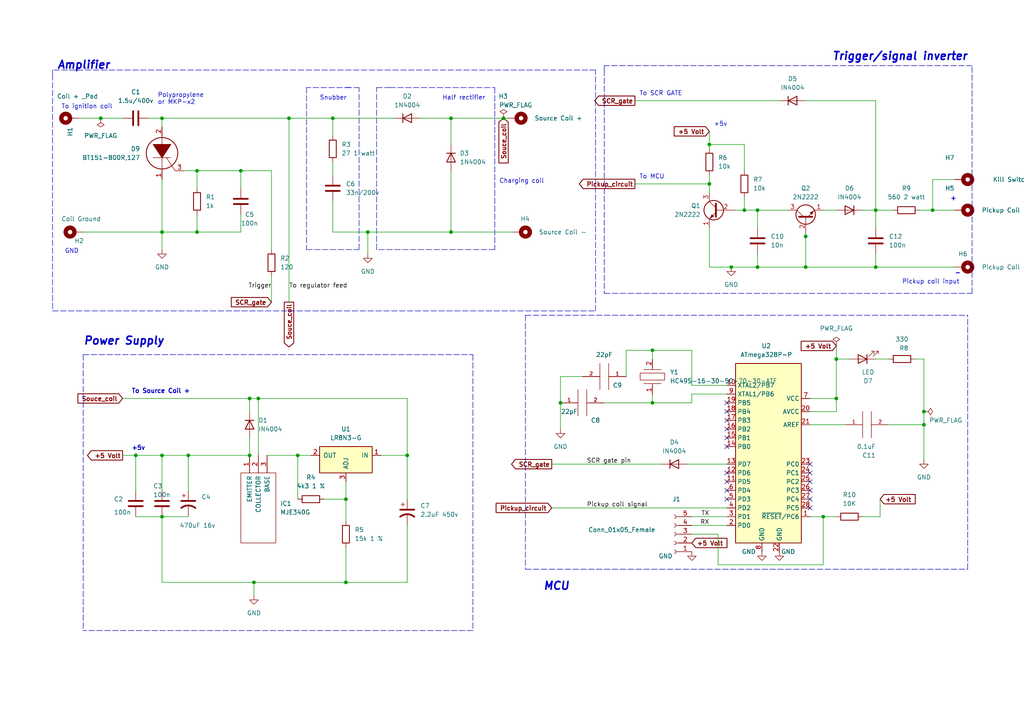
<source format=kicad_sch>
(kicad_sch (version 20211123) (generator eeschema)
  (paper "A4")
  (title_block (title "AC CDI, 328P") (date "2022-08-23") (rev "0.2") (company "JT Electronics!"))
  (lib_symbols
    (symbol "BT151-800R_127:BT151-800R,127" (pin_names (offset 0.762))
      (property "Reference" "D" (at 13.97 -2.54 0))
      (property "Value" "BT151-800R,127" (at 13.97 -5.08 0))
      (symbol "BT151-800R,127_0_0"
        (pin passive line (at 15.24 0 180) (length 2.54) (name "~") (number "1"))
        (pin passive line (at 0 0 0) (length 2.54) (name "~") (number "2"))
        (pin passive line (at 12.7 -6.35 90) (length 2.54) (name "~") (number "3"))
      )
      (symbol "BT151-800R,127_0_1"
        (polyline (pts (xy 2.54 0) (xy 5.08 0)) (stroke (width 0.1524)))
        (polyline (pts (xy 8.89 -2.54) (xy 8.89 2.54)) (stroke (width 0.1524)))
        (polyline (pts (xy 8.89 -1.27) (xy 12.7 -3.81)) (stroke (width 0.1524)))
        (polyline (pts (xy 8.89 0) (xy 12.7 0)) (stroke (width 0.1524)))
        (polyline (pts (xy 8.89 0) (xy 5.08 2.54) (xy 5.08 -2.54) (xy 8.89 0)) (stroke (width 0.254)) (fill (type outline)))
        (circle (center 7.62 0) (radius 4.572) (stroke (width 0.254)))
      )
    )
    (symbol "Connector:Conn_01x05_Female" (pin_names (offset 1.016) hide)
      (property "Reference" "J" (at 0 7.62 0))
      (property "Value" "Conn_01x05_Female" (at 0 -7.62 0))
      (symbol "Conn_01x05_Female_1_1"
        (arc (start 0 -4.572) (mid -0.508 -5.08) (end 0 -5.588) (stroke (width 0.1524)))
        (arc (start 0 -2.032) (mid -0.508 -2.54) (end 0 -3.048) (stroke (width 0.1524)))
        (polyline (pts (xy -1.27 -5.08) (xy -0.508 -5.08)) (stroke (width 0.1524)))
        (polyline (pts (xy -1.27 -2.54) (xy -0.508 -2.54)) (stroke (width 0.1524)))
        (polyline (pts (xy -1.27 0) (xy -0.508 0)) (stroke (width 0.1524)))
        (polyline (pts (xy -1.27 2.54) (xy -0.508 2.54)) (stroke (width 0.1524)))
        (polyline (pts (xy -1.27 5.08) (xy -0.508 5.08)) (stroke (width 0.1524)))
        (arc (start 0 0.508) (mid -0.508 0) (end 0 -0.508) (stroke (width 0.1524)))
        (arc (start 0 3.048) (mid -0.508 2.54) (end 0 2.032) (stroke (width 0.1524)))
        (arc (start 0 5.588) (mid -0.508 5.08) (end 0 4.572) (stroke (width 0.1524)))
        (pin passive line (at -5.08 5.08 0) (length 3.81) (name "Pin_1") (number "1"))
        (pin passive line (at -5.08 2.54 0) (length 3.81) (name "Pin_2") (number "2"))
        (pin passive line (at -5.08 0 0) (length 3.81) (name "Pin_3") (number "3"))
        (pin passive line (at -5.08 -2.54 0) (length 3.81) (name "Pin_4") (number "4"))
        (pin passive line (at -5.08 -5.08 0) (length 3.81) (name "Pin_5") (number "5"))
      )
    )
    (symbol "Device:C" (pin_numbers hide) (pin_names (offset 0.254))
      (property "Reference" "C" (at 0.635 2.54 0))
      (property "Value" "C" (at 0.635 -2.54 0))
      (symbol "C_0_1"
        (polyline (pts (xy -2.032 -0.762) (xy 2.032 -0.762)) (stroke (width 0.508)))
        (polyline (pts (xy -2.032 0.762) (xy 2.032 0.762)) (stroke (width 0.508)))
      )
      (symbol "C_1_1"
        (pin passive line (at 0 3.81 270) (length 2.794) (name "~") (number "1"))
        (pin passive line (at 0 -3.81 90) (length 2.794) (name "~") (number "2"))
      )
    )
    (symbol "Device:C_Polarized_US" (pin_numbers hide) (pin_names (offset 0.254) hide)
      (property "Reference" "C" (at 0.635 2.54 0))
      (property "Value" "C_Polarized_US" (at 0.635 -2.54 0))
      (symbol "C_Polarized_US_0_1"
        (polyline (pts (xy -2.032 0.762) (xy 2.032 0.762)) (stroke (width 0.508)))
        (polyline (pts (xy -1.778 2.286) (xy -0.762 2.286)))
        (polyline (pts (xy -1.27 1.778) (xy -1.27 2.794)))
        (arc (start 2.032 -1.27) (mid 0 -0.5572) (end -2.032 -1.27) (stroke (width 0.508)))
      )
      (symbol "C_Polarized_US_1_1"
        (pin passive line (at 0 3.81 270) (length 2.794) (name "~") (number "1"))
        (pin passive line (at 0 -3.81 90) (length 3.302) (name "~") (number "2"))
      )
    )
    (symbol "Device:D" (pin_numbers hide) (pin_names (offset 1.016) hide)
      (property "Reference" "D" (at 0 2.54 0))
      (property "Value" "D" (at 0 -2.54 0))
      (symbol "D_0_1"
        (polyline (pts (xy -1.27 1.27) (xy -1.27 -1.27)) (stroke (width 0.254)))
        (polyline (pts (xy 1.27 0) (xy -1.27 0)))
        (polyline (pts (xy 1.27 1.27) (xy 1.27 -1.27) (xy -1.27 0) (xy 1.27 1.27)) (stroke (width 0.254)))
      )
      (symbol "D_1_1"
        (pin passive line (at -3.81 0 0) (length 2.54) (name "K") (number "1"))
        (pin passive line (at 3.81 0 180) (length 2.54) (name "A") (number "2"))
      )
    )
    (symbol "Device:LED" (pin_numbers hide) (pin_names (offset 1.016) hide)
      (property "Reference" "D" (at 0 2.54 0))
      (property "Value" "LED" (at 0 -2.54 0))
      (symbol "LED_0_1"
        (polyline (pts (xy -1.27 -1.27) (xy -1.27 1.27)) (stroke (width 0.254)))
        (polyline (pts (xy -1.27 0) (xy 1.27 0)))
        (polyline (pts (xy 1.27 -1.27) (xy 1.27 1.27) (xy -1.27 0) (xy 1.27 -1.27)) (stroke (width 0.254)))
        (polyline (pts (xy -3.048 -0.762) (xy -4.572 -2.286) (xy -3.81 -2.286) (xy -4.572 -2.286) (xy -4.572 -1.524)))
        (polyline (pts (xy -1.778 -0.762) (xy -3.302 -2.286) (xy -2.54 -2.286) (xy -3.302 -2.286) (xy -3.302 -1.524)))
      )
      (symbol "LED_1_1"
        (pin passive line (at -3.81 0 0) (length 2.54) (name "K") (number "1"))
        (pin passive line (at 3.81 0 180) (length 2.54) (name "A") (number "2"))
      )
    )
    (symbol "Device:R" (pin_numbers hide) (pin_names (offset 0))
      (property "Reference" "R" (at 2.032 0 90))
      (property "Value" "R" (at 0 0 90))
      (symbol "R_0_1"
        (rectangle (start -1.016 -2.54) (end 1.016 2.54) (stroke (width 0.254)))
      )
      (symbol "R_1_1"
        (pin passive line (at 0 3.81 270) (length 1.27) (name "~") (number "1"))
        (pin passive line (at 0 -3.81 90) (length 1.27) (name "~") (number "2"))
      )
    )
    (symbol "Diode:1N4004" (pin_numbers hide) (pin_names (offset 1.016) hide)
      (property "Reference" "D" (at 0 2.54 0))
      (property "Value" "1N4004" (at 0 -2.54 0))
      (symbol "1N4004_0_1"
        (polyline (pts (xy -1.27 1.27) (xy -1.27 -1.27)) (stroke (width 0.254)))
        (polyline (pts (xy 1.27 0) (xy -1.27 0)))
        (polyline (pts (xy 1.27 1.27) (xy 1.27 -1.27) (xy -1.27 0) (xy 1.27 1.27)) (stroke (width 0.254)))
      )
      (symbol "1N4004_1_1"
        (pin passive line (at -3.81 0 0) (length 2.54) (name "K") (number "1"))
        (pin passive line (at 3.81 0 180) (length 2.54) (name "A") (number "2"))
      )
    )
    (symbol "HC49S-16-30-50-70-30-ATF:HC49S-16-30-50-70-30-ATF" (pin_names (offset 0.762))
      (property "Reference" "Y" (at 8.89 6.35 0))
      (property "Value" "HC49S-16-30-50-70-30-ATF" (at 8.89 3.81 0))
      (symbol "HC49S-16-30-50-70-30-ATF_0_0"
        (pin passive line (at 0 0 0) (length 2.54) (name "~") (number "1"))
        (pin passive line (at 10.16 0 180) (length 2.54) (name "~") (number "2"))
      )
      (symbol "HC49S-16-30-50-70-30-ATF_0_1"
        (polyline (pts (xy 3.048 0) (xy 2.54 0)) (stroke (width 0.1524)))
        (polyline (pts (xy 3.048 2.54) (xy 3.048 -2.54)) (stroke (width 0.1524)))
        (polyline (pts (xy 7.112 0) (xy 7.62 0)) (stroke (width 0.1524)))
        (polyline (pts (xy 7.112 2.54) (xy 7.112 -2.54)) (stroke (width 0.1524)))
        (polyline (pts (xy 4.064 3.556) (xy 4.064 -3.556) (xy 6.096 -3.556) (xy 6.096 3.556) (xy 4.064 3.556)) (stroke (width 0.1524)))
      )
    )
    (symbol "MCU_Microchip_ATmega:ATmega328P-P"
      (property "Reference" "U2" (at -5.08 25.4 0))
      (property "Value" "ATmega328P-P" (at -5.08 22.86 0))
      (symbol "ATmega328P-P_0_1"
        (rectangle (start -13.97 20.32) (end 5.08 -31.75) (stroke (width 0.254)) (fill (type background)))
      )
      (symbol "ATmega328P-P_1_1"
        (pin bidirectional line (at 7.62 -24.13 180) (length 2.54) (name "~{RESET}/PC6") (number "1"))
        (pin bidirectional line (at -16.51 13.97 0) (length 2.54) (name "XTAL2/PB7") (number "10"))
        (pin bidirectional line (at -16.51 -13.97 0) (length 2.54) (name "PD5") (number "11"))
        (pin bidirectional line (at -16.51 -11.43 0) (length 2.54) (name "PD6") (number "12"))
        (pin bidirectional line (at -16.51 -8.89 0) (length 2.54) (name "PD7") (number "13"))
        (pin bidirectional line (at -16.51 -3.81 0) (length 2.54) (name "PB0") (number "14"))
        (pin bidirectional line (at -16.51 -1.27 0) (length 2.54) (name "PB1") (number "15"))
        (pin bidirectional line (at -16.51 1.27 0) (length 2.54) (name "PB2") (number "16"))
        (pin bidirectional line (at -16.51 3.81 0) (length 2.54) (name "PB3") (number "17"))
        (pin bidirectional line (at -16.51 6.35 0) (length 2.54) (name "PB4") (number "18"))
        (pin bidirectional line (at -16.51 8.89 0) (length 2.54) (name "PB5") (number "19"))
        (pin bidirectional line (at -16.51 -26.67 0) (length 2.54) (name "PD0") (number "2"))
        (pin power_in line (at 7.62 6.35 180) (length 2.54) (name "AVCC") (number "20"))
        (pin passive line (at 7.62 2.54 180) (length 2.54) (name "AREF") (number "21"))
        (pin power_in line (at -1.27 -34.29 90) (length 2.54) (name "GND") (number "22"))
        (pin bidirectional line (at 7.62 -8.89 180) (length 2.54) (name "PC0") (number "23"))
        (pin bidirectional line (at 7.62 -11.43 180) (length 2.54) (name "PC1") (number "24"))
        (pin bidirectional line (at 7.62 -13.97 180) (length 2.54) (name "PC2") (number "25"))
        (pin bidirectional line (at 7.62 -16.51 180) (length 2.54) (name "PC3") (number "26"))
        (pin bidirectional line (at 7.62 -19.05 180) (length 2.54) (name "PC4") (number "27"))
        (pin bidirectional line (at 7.62 -21.59 180) (length 2.54) (name "PC5") (number "28"))
        (pin bidirectional line (at -16.51 -24.13 0) (length 2.54) (name "PD1") (number "3"))
        (pin bidirectional line (at -16.51 -21.59 0) (length 2.54) (name "PD2") (number "4"))
        (pin bidirectional line (at -16.51 -19.05 0) (length 2.54) (name "PD3") (number "5"))
        (pin bidirectional line (at -16.51 -16.51 0) (length 2.54) (name "PD4") (number "6"))
        (pin power_in line (at 7.62 10.16 180) (length 2.54) (name "VCC") (number "7"))
        (pin power_in line (at -6.35 -34.29 90) (length 2.54) (name "GND") (number "8"))
        (pin bidirectional line (at -16.51 11.43 0) (length 2.54) (name "XTAL1/PB6") (number "9"))
      )
    )
    (symbol "MJE340G:MJE340G" (pin_names (offset 0.762))
      (property "Reference" "IC" (at 26.67 7.62 0))
      (property "Value" "MJE340G" (at 26.67 5.08 0))
      (symbol "MJE340G_0_0"
        (pin passive line (at 0 0 0) (length 5.08) (name "EMITTER") (number "1"))
        (pin passive line (at 0 -2.54 0) (length 5.08) (name "COLLECTOR") (number "2"))
        (pin passive line (at 0 -5.08 0) (length 5.08) (name "BASE") (number "3"))
      )
      (symbol "MJE340G_0_1"
        (polyline (pts (xy 5.08 2.54) (xy 25.4 2.54) (xy 25.4 -7.62) (xy 5.08 -7.62) (xy 5.08 2.54)) (stroke (width 0.1524)))
      )
    )
    (symbol "Mechanical:MountingHole_Pad" (pin_numbers hide) (pin_names (offset 1.016) hide)
      (property "Reference" "H" (at 0 6.35 0))
      (property "Value" "MountingHole_Pad" (at 0 4.445 0))
      (symbol "MountingHole_Pad_0_1"
        (circle (center 0 1.27) (radius 1.27) (stroke (width 1.27)))
      )
      (symbol "MountingHole_Pad_1_1"
        (pin input line (at 0 -2.54 90) (length 2.54) (name "1") (number "1"))
      )
    )
    (symbol "Regulator_Linear:LR8N3-G" (pin_names (offset 1.016))
      (property "Reference" "U" (at -7.62 3.81 0))
      (property "Value" "LR8N3-G" (at 0 3.81 0))
      (symbol "LR8N3-G_0_1"
        (rectangle (start -7.62 2.54) (end 7.62 -5.08) (stroke (width 0.254)) (fill (type background)))
      )
      (symbol "LR8N3-G_1_1"
        (pin input line (at -10.16 0 0) (length 2.54) (name "IN") (number "1"))
        (pin power_out line (at 10.16 0 180) (length 2.54) (name "OUT") (number "2"))
        (pin input line (at 0 -7.62 90) (length 2.54) (name "ADJ") (number "3"))
      )
    )
    (symbol "Transistor_BJT:2N3904" (pin_names (offset 0) hide)
      (property "Reference" "Q" (at 5.08 1.905 0))
      (property "Value" "2N3904" (at 5.08 0 0))
      (symbol "2N3904_0_1"
        (polyline (pts (xy 0.635 0.635) (xy 2.54 2.54)))
        (polyline (pts (xy 0.635 -0.635) (xy 2.54 -2.54) (xy 2.54 -2.54)))
        (polyline (pts (xy 0.635 1.905) (xy 0.635 -1.905) (xy 0.635 -1.905)) (stroke (width 0.508)))
        (polyline (pts (xy 1.27 -1.778) (xy 1.778 -1.27) (xy 2.286 -2.286) (xy 1.27 -1.778) (xy 1.27 -1.778)) (fill (type outline)))
        (circle (center 1.27 0) (radius 2.8194) (stroke (width 0.254)))
      )
      (symbol "2N3904_1_1"
        (pin passive line (at 2.54 -5.08 90) (length 2.54) (name "E") (number "1"))
        (pin passive line (at -5.08 0 0) (length 5.715) (name "B") (number "2"))
        (pin passive line (at 2.54 5.08 270) (length 2.54) (name "C") (number "3"))
      )
    )
    (symbol "power:GND" (power) (pin_names (offset 0))
      (property "Value" "GND" (at 0 -3.81 0))
      (symbol "GND_0_1"
        (polyline (pts (xy 0 0) (xy 0 -1.27) (xy 1.27 -1.27) (xy 0 -2.54) (xy -1.27 -1.27) (xy 0 -1.27)))
      )
      (symbol "GND_1_1"
        (pin power_in line (at 0 0 270) (length 0) hide (name "GND") (number "1"))
      )
    )
    (symbol "power:PWR_FLAG" (power) (pin_numbers hide) (pin_names (offset 0) hide)
      (property "Value" "PWR_FLAG" (at 0 3.81 0))
      (symbol "PWR_FLAG_0_0"
        (pin power_out line (at 0 0 90) (length 0) (name "pwr") (number "1"))
      )
      (symbol "PWR_FLAG_0_1"
        (polyline (pts (xy 0 0) (xy 0 1.27) (xy -1.016 1.905) (xy 0 2.54) (xy 1.016 1.905) (xy 0 1.27)))
      )
    )
    (symbol "pspice:CAP" (pin_names (offset 0.254))
      (property "Reference" "C" (at 2.54 3.81 90))
      (property "Value" "CAP" (at 2.54 -3.81 90))
      (symbol "CAP_0_1"
        (polyline (pts (xy -3.81 -1.27) (xy 3.81 -1.27)))
        (polyline (pts (xy -3.81 1.27) (xy 3.81 1.27)))
      )
      (symbol "CAP_1_1"
        (pin passive line (at 0 6.35 270) (length 5.08) (name "~") (number "1"))
        (pin passive line (at 0 -6.35 90) (length 5.08) (name "~") (number "2"))
      )
    )
  )
  (junction (at 74.93 115.57))
  (junction (at 267.97 119.38))
  (junction (at 73.66 168.91))
  (junction (at 100.33 168.91))
  (junction (at 242.57 115.57))
  (junction (at 238.76 149.86))
  (junction (at 39.37 132.08))
  (junction (at 118.11 132.08))
  (junction (at 96.52 34.29))
  (junction (at 254 60.96))
  (junction (at 242.57 104.14))
  (junction (at 189.23 116.84))
  (junction (at 54.61 132.08))
  (junction (at 219.71 77.47))
  (junction (at 233.68 68.58))
  (junction (at 86.36 132.08))
  (junction (at 130.81 34.29))
  (junction (at 57.15 67.31))
  (junction (at 46.99 149.86))
  (junction (at 46.99 132.08))
  (junction (at 72.39 132.08))
  (junction (at 57.15 49.53))
  (junction (at 46.99 67.31))
  (junction (at 130.81 67.31))
  (junction (at 69.85 49.53))
  (junction (at 219.71 60.96))
  (junction (at 233.68 77.47))
  (junction (at 270.51 60.96))
  (junction (at 72.39 115.57))
  (junction (at 254 77.47))
  (junction (at 215.9 60.96))
  (junction (at 205.74 41.91))
  (junction (at 162.56 116.84))
  (junction (at 106.68 67.31))
  (junction (at 46.99 34.29))
  (junction (at 146.05 34.29))
  (junction (at 205.74 53.34))
  (junction (at 29.21 34.29))
  (junction (at 212.09 77.47))
  (junction (at 267.97 123.19))
  (junction (at 83.82 34.29))
  (junction (at 189.23 101.6))
  (junction (at 100.33 144.78))
  (no_connect (at 210.82 144.78))
  (no_connect (at 210.82 142.24))
  (no_connect (at 210.82 139.7))
  (no_connect (at 210.82 137.16))
  (no_connect (at 210.82 129.54))
  (no_connect (at 210.82 127))
  (no_connect (at 210.82 124.46))
  (no_connect (at 210.82 121.92))
  (no_connect (at 210.82 119.38))
  (no_connect (at 210.82 116.84))
  (no_connect (at 234.95 134.62))
  (no_connect (at 234.95 137.16))
  (no_connect (at 234.95 139.7))
  (no_connect (at 234.95 142.24))
  (no_connect (at 234.95 144.78))
  (no_connect (at 234.95 147.32))
  (wire (pts (xy 130.81 34.29) (xy 146.05 34.29)))
  (wire (pts (xy 238.76 60.96) (xy 242.57 60.96)))
  (wire (pts (xy 78.74 49.53) (xy 78.74 72.39)))
  (wire (pts (xy 35.56 115.57) (xy 72.39 115.57)))
  (polyline (pts (xy 15.24 20.32) (xy 15.24 21.59)))
  (polyline (pts (xy 113.03 25.4) (xy 143.51 25.4)))
  (wire (pts (xy 175.26 116.84) (xy 189.23 116.84)))
  (polyline (pts (xy 152.4 91.44) (xy 152.4 165.1)))
  (wire (pts (xy 96.52 58.42) (xy 96.52 67.31)))
  (wire (pts (xy 100.33 158.75) (xy 100.33 168.91)))
  (wire (pts (xy 74.93 115.57) (xy 118.11 115.57)))
  (wire (pts (xy 233.68 68.58) (xy 233.68 77.47)))
  (wire (pts (xy 46.99 67.31) (xy 57.15 67.31)))
  (wire (pts (xy 234.95 149.86) (xy 238.76 149.86)))
  (wire (pts (xy 189.23 114.3) (xy 189.23 116.84)))
  (wire (pts (xy 250.19 60.96) (xy 254 60.96)))
  (wire (pts (xy 270.51 52.07) (xy 270.51 60.96)))
  (polyline (pts (xy 175.26 20.32) (xy 175.26 85.09)))
  (polyline (pts (xy 24.13 102.87) (xy 24.13 182.88)))
  (wire (pts (xy 121.92 34.29) (xy 130.81 34.29)))
  (wire (pts (xy 77.47 132.08) (xy 86.36 132.08)))
  (wire (pts (xy 162.56 109.22) (xy 168.91 109.22)))
  (wire (pts (xy 54.61 132.08) (xy 72.39 132.08)))
  (wire (pts (xy 238.76 149.86) (xy 242.57 149.86)))
  (wire (pts (xy 86.36 132.08) (xy 86.36 144.78)))
  (wire (pts (xy 39.37 132.08) (xy 46.99 132.08)))
  (wire (pts (xy 200.66 111.76) (xy 210.82 111.76)))
  (wire (pts (xy 254 60.96) (xy 259.08 60.96)))
  (wire (pts (xy 83.82 34.29) (xy 96.52 34.29)))
  (polyline (pts (xy 172.72 20.32) (xy 15.24 20.32)))
  (wire (pts (xy 233.68 29.21) (xy 254 29.21)))
  (wire (pts (xy 219.71 60.96) (xy 219.71 66.04)))
  (wire (pts (xy 276.86 52.07) (xy 270.51 52.07)))
  (wire (pts (xy 200.66 114.3) (xy 210.82 114.3)))
  (polyline (pts (xy 100.33 25.4) (xy 104.14 25.4)))
  (wire (pts (xy 146.05 34.29) (xy 147.32 34.29)))
  (polyline (pts (xy 109.22 25.4) (xy 113.03 25.4)))
  (wire (pts (xy 233.68 67.31) (xy 233.68 68.58)))
  (wire (pts (xy 43.18 34.29) (xy 46.99 34.29)))
  (wire (pts (xy 86.36 132.08) (xy 90.17 132.08)))
  (wire (pts (xy 189.23 101.6) (xy 189.23 104.14)))
  (wire (pts (xy 233.68 77.47) (xy 254 77.47)))
  (wire (pts (xy 46.99 34.29) (xy 46.99 36.83)))
  (wire (pts (xy 96.52 34.29) (xy 114.3 34.29)))
  (wire (pts (xy 74.93 115.57) (xy 74.93 132.08)))
  (wire (pts (xy 219.71 60.96) (xy 228.6 60.96)))
  (wire (pts (xy 130.81 67.31) (xy 130.81 49.53)))
  (wire (pts (xy 238.76 163.83) (xy 238.76 149.86)))
  (wire (pts (xy 72.39 127) (xy 72.39 132.08)))
  (wire (pts (xy 53.34 49.53) (xy 57.15 49.53)))
  (polyline (pts (xy 88.9 72.39) (xy 104.14 72.39)))
  (wire (pts (xy 255.27 144.78) (xy 255.27 149.86)))
  (wire (pts (xy 205.74 41.91) (xy 205.74 43.18)))
  (wire (pts (xy 54.61 132.08) (xy 54.61 142.24)))
  (wire (pts (xy 242.57 104.14) (xy 242.57 115.57)))
  (wire (pts (xy 73.66 168.91) (xy 46.99 168.91)))
  (wire (pts (xy 184.15 29.21) (xy 226.06 29.21)))
  (wire (pts (xy 106.68 67.31) (xy 106.68 73.66)))
  (wire (pts (xy 254 29.21) (xy 254 60.96)))
  (wire (pts (xy 200.66 114.3) (xy 200.66 116.84)))
  (wire (pts (xy 46.99 168.91) (xy 46.99 149.86)))
  (wire (pts (xy 83.82 34.29) (xy 83.82 87.63)))
  (wire (pts (xy 265.43 104.14) (xy 267.97 104.14)))
  (wire (pts (xy 29.21 34.29) (xy 35.56 34.29)))
  (polyline (pts (xy 15.24 21.59) (xy 15.24 90.17)))
  (wire (pts (xy 100.33 144.78) (xy 100.33 151.13)))
  (polyline (pts (xy 172.72 90.17) (xy 172.72 20.32)))
  (wire (pts (xy 39.37 149.86) (xy 46.99 149.86)))
  (wire (pts (xy 35.56 132.08) (xy 39.37 132.08)))
  (polyline (pts (xy 152.4 165.1) (xy 280.67 165.1)))
  (wire (pts (xy 199.39 134.62) (xy 210.82 134.62)))
  (wire (pts (xy 96.52 34.29) (xy 96.52 39.37)))
  (wire (pts (xy 73.66 168.91) (xy 73.66 172.72)))
  (wire (pts (xy 78.74 80.01) (xy 78.74 87.63)))
  (wire (pts (xy 189.23 101.6) (xy 200.66 101.6)))
  (wire (pts (xy 257.81 123.19) (xy 267.97 123.19)))
  (polyline (pts (xy 137.16 182.88) (xy 24.13 182.88)))
  (wire (pts (xy 205.74 41.91) (xy 215.9 41.91)))
  (wire (pts (xy 267.97 104.14) (xy 267.97 119.38)))
  (polyline (pts (xy 152.4 91.44) (xy 280.67 91.44)))
  (wire (pts (xy 200.66 152.4) (xy 210.82 152.4)))
  (wire (pts (xy 205.74 77.47) (xy 212.09 77.47)))
  (wire (pts (xy 254 60.96) (xy 254 66.04)))
  (wire (pts (xy 100.33 139.7) (xy 100.33 144.78)))
  (wire (pts (xy 106.68 67.31) (xy 130.81 67.31)))
  (wire (pts (xy 100.33 168.91) (xy 73.66 168.91)))
  (wire (pts (xy 46.99 34.29) (xy 83.82 34.29)))
  (wire (pts (xy 46.99 149.86) (xy 54.61 149.86)))
  (wire (pts (xy 24.13 67.31) (xy 46.99 67.31)))
  (polyline (pts (xy 175.26 19.05) (xy 175.26 20.32)))
  (wire (pts (xy 242.57 100.33) (xy 242.57 104.14)))
  (wire (pts (xy 219.71 73.66) (xy 219.71 77.47)))
  (wire (pts (xy 189.23 116.84) (xy 200.66 116.84)))
  (wire (pts (xy 234.95 119.38) (xy 242.57 119.38)))
  (wire (pts (xy 213.36 60.96) (xy 215.9 60.96)))
  (polyline (pts (xy 24.13 102.87) (xy 137.16 102.87)))
  (polyline (pts (xy 281.94 85.09) (xy 281.94 19.05)))
  (polyline (pts (xy 143.51 72.39) (xy 109.22 72.39)))
  (wire (pts (xy 250.19 149.86) (xy 255.27 149.86)))
  (wire (pts (xy 46.99 52.07) (xy 46.99 67.31)))
  (wire (pts (xy 205.74 53.34) (xy 205.74 55.88)))
  (wire (pts (xy 270.51 60.96) (xy 276.86 60.96)))
  (wire (pts (xy 254 77.47) (xy 276.86 77.47)))
  (wire (pts (xy 205.74 66.04) (xy 205.74 77.47)))
  (wire (pts (xy 160.02 134.62) (xy 191.77 134.62)))
  (wire (pts (xy 234.95 115.57) (xy 242.57 115.57)))
  (wire (pts (xy 118.11 132.08) (xy 118.11 144.78)))
  (wire (pts (xy 69.85 62.23) (xy 69.85 67.31)))
  (polyline (pts (xy 137.16 102.87) (xy 137.16 182.88)))
  (wire (pts (xy 181.61 101.6) (xy 189.23 101.6)))
  (wire (pts (xy 200.66 154.94) (xy 208.28 154.94)))
  (polyline (pts (xy 109.22 72.39) (xy 109.22 25.4)))
  (wire (pts (xy 57.15 49.53) (xy 57.15 54.61)))
  (wire (pts (xy 57.15 62.23) (xy 57.15 67.31)))
  (wire (pts (xy 46.99 132.08) (xy 46.99 142.24)))
  (wire (pts (xy 215.9 57.15) (xy 215.9 60.96)))
  (wire (pts (xy 215.9 41.91) (xy 215.9 49.53)))
  (wire (pts (xy 215.9 60.96) (xy 219.71 60.96)))
  (wire (pts (xy 184.15 53.34) (xy 205.74 53.34)))
  (wire (pts (xy 72.39 115.57) (xy 72.39 119.38)))
  (wire (pts (xy 219.71 77.47) (xy 233.68 77.47)))
  (wire (pts (xy 46.99 67.31) (xy 46.99 72.39)))
  (wire (pts (xy 200.66 101.6) (xy 200.66 111.76)))
  (wire (pts (xy 69.85 49.53) (xy 69.85 54.61)))
  (wire (pts (xy 96.52 67.31) (xy 106.68 67.31)))
  (polyline (pts (xy 280.67 165.1) (xy 280.67 91.44)))
  (wire (pts (xy 118.11 152.4) (xy 118.11 168.91)))
  (wire (pts (xy 162.56 116.84) (xy 162.56 109.22)))
  (polyline (pts (xy 143.51 25.4) (xy 143.51 72.39)))
  (wire (pts (xy 242.57 104.14) (xy 246.38 104.14)))
  (wire (pts (xy 69.85 49.53) (xy 78.74 49.53)))
  (wire (pts (xy 254 104.14) (xy 257.81 104.14)))
  (wire (pts (xy 162.56 116.84) (xy 162.56 124.46)))
  (wire (pts (xy 130.81 67.31) (xy 148.59 67.31)))
  (wire (pts (xy 160.02 147.32) (xy 210.82 147.32)))
  (wire (pts (xy 205.74 38.1) (xy 205.74 41.91)))
  (wire (pts (xy 205.74 50.8) (xy 205.74 53.34)))
  (wire (pts (xy 96.52 46.99) (xy 96.52 50.8)))
  (wire (pts (xy 242.57 115.57) (xy 242.57 119.38)))
  (wire (pts (xy 208.28 163.83) (xy 238.76 163.83)))
  (wire (pts (xy 200.66 149.86) (xy 210.82 149.86)))
  (polyline (pts (xy 175.26 85.09) (xy 281.94 85.09)))
  (wire (pts (xy 39.37 132.08) (xy 39.37 142.24)))
  (wire (pts (xy 234.95 123.19) (xy 245.11 123.19)))
  (wire (pts (xy 118.11 168.91) (xy 100.33 168.91)))
  (wire (pts (xy 181.61 109.22) (xy 181.61 101.6)))
  (wire (pts (xy 57.15 67.31) (xy 69.85 67.31)))
  (wire (pts (xy 254 73.66) (xy 254 77.47)))
  (wire (pts (xy 72.39 115.57) (xy 74.93 115.57)))
  (polyline (pts (xy 281.94 19.05) (xy 175.26 19.05)))
  (polyline (pts (xy 104.14 72.39) (xy 104.14 25.4)))
  (wire (pts (xy 22.86 34.29) (xy 29.21 34.29)))
  (wire (pts (xy 93.98 144.78) (xy 100.33 144.78)))
  (wire (pts (xy 130.81 34.29) (xy 130.81 41.91)))
  (wire (pts (xy 208.28 154.94) (xy 208.28 163.83)))
  (wire (pts (xy 110.49 132.08) (xy 118.11 132.08)))
  (wire (pts (xy 46.99 132.08) (xy 54.61 132.08)))
  (polyline (pts (xy 101.6 25.4) (xy 88.9 25.4)))
  (polyline (pts (xy 15.24 90.17) (xy 172.72 90.17)))
  (wire (pts (xy 266.7 60.96) (xy 270.51 60.96)))
  (wire (pts (xy 212.09 77.47) (xy 219.71 77.47)))
  (wire (pts (xy 118.11 115.57) (xy 118.11 132.08)))
  (polyline (pts (xy 88.9 25.4) (xy 88.9 72.39)))
  (wire (pts (xy 267.97 123.19) (xy 267.97 133.35)))
  (wire (pts (xy 267.97 119.38) (xy 267.97 123.19)))
  (wire (pts (xy 57.15 49.53) (xy 69.85 49.53)))
  (text "Power Supply\n" (at 24.13 100.33 0) (effects (font (size 2.27 2.27) (thickness 0.454) bold italic) (justify left bottom)))
  (text "-\n" (at 276.86 80.01 0) (effects (font (size 1.27 1.27) (thickness 0.254) bold) (justify left bottom)))
  (text "MCU" (at 157.48 171.45 0) (effects (font (size 2.27 2.27) (thickness 0.454) bold italic) (justify left bottom)))
  (text "Snubber" (at 92.71 29.21 0) (effects (font (size 1.27 1.27)) (justify left bottom)))
  (text "To ignition coil" (at 17.78 31.75 0) (effects (font (size 1.27 1.27)) (justify left bottom)))
  (text "Trigger/signal inverter" (at 241.3 17.78 0) (effects (font (size 2.27 2.27) (thickness 0.454) bold italic) (justify left bottom)))
  (text "Charging coil" (at 144.78 53.34 0) (effects (font (size 1.27 1.27)) (justify left bottom)))
  (text "To SCR GATE\n" (at 185.42 27.94 0) (effects (font (size 1.27 1.27)) (justify left bottom)))
  (text "Polypropylene\nor MKP-x2\n" (at 45.72 30.48 0) (effects (font (size 1.27 1.27)) (justify left bottom)))
  (text "+" (at 275.59 58.42 0) (effects (font (size 1.27 1.27) (thickness 0.254) bold) (justify left bottom)))
  (text "Half rectifier" (at 128.27 29.21 0) (effects (font (size 1.27 1.27)) (justify left bottom)))
  (text "+5v" (at 207.01 36.83 0) (effects (font (size 1.27 1.27)) (justify left bottom)))
  (text "Pickup coil input\n" (at 261.62 82.55 0) (effects (font (size 1.27 1.27)) (justify left bottom)))
  (text "Amplifier" (at 16.51 20.32 0) (effects (font (size 2.27 2.27) (thickness 0.454) bold italic) (justify left bottom)))
  (text "To Source Coil +\n" (at 38.1 114.3 0) (effects (font (size 1.27 1.27) bold) (justify left bottom)))
  (text "GND" (at 22.86 73.66 180) (effects (font (size 1.27 1.27)) (justify right bottom)))
  (text "+5v\n" (at 38.1 130.81 0) (effects (font (size 1.27 1.27) bold) (justify left bottom)))
  (text "To MCU" (at 185.42 52.07 0) (effects (font (size 1.27 1.27)) (justify left bottom)))
  (label "Trigger" (at 78.74 83.82 180))
  (label "TX" (at 205.74 149.86 180))
  (label "RX" (at 205.74 152.4 180))
  (label "Pickup coil signal" (at 170.18 147.32 0))
  (label "SCR gate pin" (at 170.18 134.62 0))
  (label "To regulator feed" (at 83.82 83.82 0))
  (global_label "+5 Volt" (shape input) (at 255.27 144.78 0) (effects (font bold)) (property "Intersheet References" "${INTERSHEET_REFS}" (effects hide)))
  (global_label "SCR_gate" (shape output) (at 184.15 29.21 180) (effects (font bold)) (property "Intersheet References" "${INTERSHEET_REFS}" (effects hide)))
  (global_label "+5 Volt" (shape output) (at 35.56 132.08 180) (effects (font bold)) (property "Intersheet References" "${INTERSHEET_REFS}" (effects hide)))
  (global_label "Souce_coil" (shape output) (at 83.82 87.63 270) (effects (font bold)) (property "Intersheet References" "${INTERSHEET_REFS}" (effects hide)))
  (global_label "+5 Volt" (shape input) (at 205.74 38.1 180) (effects (font bold)) (property "Intersheet References" "${INTERSHEET_REFS}" (effects hide)))
  (global_label "SCR_gate" (shape input) (at 78.74 87.63 180) (effects (font bold)) (property "Intersheet References" "${INTERSHEET_REFS}" (effects hide)))
  (global_label "Souce_coil" (shape input) (at 35.56 115.57 180) (effects (font bold)) (property "Intersheet References" "${INTERSHEET_REFS}" (effects hide)))
  (global_label "+5 Volt" (shape input) (at 242.57 100.33 180) (effects (font bold)) (property "Intersheet References" "${INTERSHEET_REFS}" (effects hide)))
  (global_label "+5 Volt" (shape input) (at 200.66 157.48 0) (effects (font bold)) (property "Intersheet References" "${INTERSHEET_REFS}" (effects hide)))
  (global_label "SCR_gate" (shape output) (at 160.02 134.62 180) (effects (font bold)) (property "Intersheet References" "${INTERSHEET_REFS}" (effects hide)))
  (global_label "Pickup_circuit" (shape output) (at 184.15 53.34 180) (effects (font bold)) (property "Intersheet References" "${INTERSHEET_REFS}" (effects hide)))
  (global_label "Souce_coil" (shape input) (at 146.05 34.29 270) (effects (font bold)) (property "Intersheet References" "${INTERSHEET_REFS}" (effects hide)))
  (global_label "Pickup_circuit" (shape input) (at 160.02 147.32 180) (effects (font bold)) (property "Intersheet References" "${INTERSHEET_REFS}" (effects hide)))
  (symbol (lib_id "Device:C") (at 96.52 54.61 0) (unit 1)
    (property "Reference" "C6" (at 100.33 53.3399 0) (effects (justify left)))
    (property "Value" "33n{slash}200v" (at 100.33 55.8799 0) (effects (justify left)))
    (property "Footprint" "Capacitor_THT:C_Rect_L9.0mm_W3.2mm_P7.50mm_MKT" (effects hide))
  )
  (symbol (lib_id "Diode:1N4004") (at 118.11 34.29 0) (unit 1)
    (property "Reference" "D2" (at 118.11 27.94 0))
    (property "Value" "1N4004" (at 118.11 30.48 0))
    (property "Footprint" "Diode_THT:D_DO-41_SOD81_P10.16mm_Horizontal" (effects hide))
    (property "Datasheet" "http://www.vishay.com/docs/88503/1n4001.pdf" (effects hide))
  )
  (symbol (lib_id "power:GND") (at 73.66 172.72 0) (unit 1)
    (property "Reference" "#PWR0103" (effects hide))
    (property "Value" "GND" (at 73.66 177.8 0))
  )
  (symbol (lib_id "Device:R") (at 57.15 58.42 0) (unit 1)
    (property "Reference" "R1" (at 59.69 57.1499 0) (effects (justify left)))
    (property "Value" "1k" (at 59.69 59.6899 0) (effects (justify left)))
    (property "Footprint" "Resistor_THT:R_Axial_DIN0309_L9.0mm_D3.2mm_P12.70mm_Horizontal" (effects hide))
  )
  (symbol (lib_id "Device:C_Polarized_US") (at 54.61 146.05 0) (unit 1)
    (property "Reference" "C4" (at 58.42 144.1449 0) (effects (justify left)))
    (property "Value" "470uF 16v" (at 52.07 152.4 0) (effects (justify left)))
    (property "Footprint" "Capacitor_THT:C_Radial_D10.0mm_H16.0mm_P5.00mm" (effects hide))
  )
  (symbol (lib_id "power:GND") (at 212.09 77.47 0) (unit 1)
    (property "Reference" "#PWR0104" (effects hide))
    (property "Value" "GND" (at 212.09 82.55 0))
  )
  (symbol (lib_id "Device:R") (at 261.62 104.14 90) (unit 1)
    (property "Reference" "R8" (at 263.525 100.9651 90) (effects (justify left)))
    (property "Value" "330" (at 263.525 98.4251 90) (effects (justify left)))
    (property "Footprint" "Resistor_THT:R_Axial_DIN0309_L9.0mm_D3.2mm_P12.70mm_Horizontal" (effects hide))
  )
  (symbol (lib_id "Device:R") (at 90.17 144.78 90) (unit 1)
    (property "Reference" "R4" (at 90.17 138.43 90))
    (property "Value" "4k3 1 %" (at 90.17 140.97 90))
    (property "Footprint" "Resistor_THT:R_Axial_DIN0309_L9.0mm_D3.2mm_P12.70mm_Horizontal" (effects hide))
  )
  (symbol (lib_id "pspice:CAP") (at 175.26 109.22 270) (unit 1)
    (property "Reference" "C9" (at 179.07 111.76 90))
    (property "Value" "22pF" (at 175.26 102.87 90))
    (property "Footprint" "Capacitor_THT:C_Disc_D9.0mm_W5.0mm_P10.00mm" (effects hide))
  )
  (symbol (lib_id "Device:R") (at 96.52 43.18 0) (unit 1)
    (property "Reference" "R3" (at 99.06 41.9099 0) (effects (justify left)))
    (property "Value" "27 1 watt" (at 99.06 44.4499 0) (effects (justify left)))
    (property "Footprint" "Resistor_THT:R_Axial_DIN0516_L15.5mm_D5.0mm_P20.32mm_Horizontal" (effects hide))
  )
  (symbol (lib_id "Device:R") (at 246.38 149.86 270) (unit 1)
    (property "Reference" "R10" (at 246.38 143.51 90))
    (property "Value" "10K" (at 246.38 146.05 90))
    (property "Footprint" "Resistor_THT:R_Axial_DIN0309_L9.0mm_D3.2mm_P12.70mm_Horizontal" (effects hide))
  )
  (symbol (lib_id "Transistor_BJT:2N3904") (at 208.28 60.96 0) (mirror y) (unit 1)
    (property "Reference" "Q1" (at 203.2 59.6899 0) (effects (justify left)))
    (property "Value" "2N2222" (at 203.2 62.2299 0) (effects (justify left)))
    (property "Footprint" "Package_TO_SOT_THT:TO-92_Inline" (effects hide))
    (property "Datasheet" "https://www.onsemi.com/pub/Collateral/2N3903-D.PDF" (effects hide))
  )
  (symbol (lib_id "Mechanical:MountingHole_Pad") (at 149.86 34.29 270) (unit 1)
    (property "Reference" "H3" (at 147.32 27.94 90) (effects (justify right)))
    (property "Value" "Source Coil +" (at 168.91 34.29 90) (effects (justify right)))
    (property "Footprint" "MountingHole:MountingHole_2.2mm_M2_Pad_TopBottom" (effects hide))
  )
  (symbol (lib_id "pspice:CAP") (at 251.46 123.19 90) (unit 1)
    (property "Reference" "C11" (at 254 132.08 90) (effects (justify left)))
    (property "Value" "0.1uF" (at 254 129.54 90) (effects (justify left)))
    (property "Footprint" "Capacitor_THT:C_Disc_D6.0mm_W2.5mm_P5.00mm" (effects hide))
  )
  (symbol (lib_id "HC49S-16-30-50-70-30-ATF:HC49S-16-30-50-70-30-ATF") (at 189.23 114.3 90) (unit 1)
    (property "Reference" "Y1" (at 194.31 107.9499 90) (effects (justify right)))
    (property "Value" "HC49S-16-30-50-70-30-ATF" (at 194.31 110.4899 90) (effects (justify right)))
    (property "Footprint" "Crystal:Resonator-2Pin_W10.0mm_H5.0mm" (effects hide))
    (property "Datasheet" "http://www.farnell.com/datasheets/1661828.pdf" (effects hide))
    (property "Description" "MULTICOMP - HC49S-16-30-50-70-30-ATF - CRYSTAL, HC-49/S, 16.0MHZ" (effects hide))
    (property "Height" "4" (effects hide))
    (property "Manufacturer_Name" "MULTICOMP" (effects hide))
    (property "Manufacturer_Part_Number" "HC49S-16-30-50-70-30-ATF" (effects hide))
  )
  (symbol (lib_id "Device:R") (at 78.74 76.2 0) (unit 1)
    (property "Reference" "R2" (at 81.28 74.9299 0) (effects (justify left)))
    (property "Value" "120" (at 81.28 77.4699 0) (effects (justify left)))
    (property "Footprint" "Resistor_THT:R_Axial_DIN0309_L9.0mm_D3.2mm_P12.70mm_Horizontal" (effects hide))
  )
  (symbol (lib_id "Device:LED") (at 250.19 104.14 180) (unit 1)
    (property "Reference" "D7" (at 251.7775 110.49 0))
    (property "Value" "LED" (at 251.7775 107.95 0))
    (property "Footprint" "LED_THT:LED_D3.0mm" (effects hide))
  )
  (symbol (lib_id "Mechanical:MountingHole_Pad") (at 279.4 77.47 270) (unit 1)
    (property "Reference" "H6" (at 280.67 73.66 90) (effects (justify right)))
    (property "Value" "Pickup Coil -" (at 298.45 77.47 90) (effects (justify right)))
    (property "Footprint" "MountingHole:MountingHole_2.2mm_M2_Pad_TopBottom" (effects hide))
  )
  (symbol (lib_id "Mechanical:MountingHole_Pad") (at 20.32 34.29 90) (unit 1)
    (property "Reference" "H1" (at 20.3201 36.83 0) (effects (justify right)))
    (property "Value" "Coil + _Pad" (at 16.51 27.94 90) (effects (justify right)))
    (property "Footprint" "MountingHole:MountingHole_2.2mm_M2_ISO14580_Pad_TopBottom" (effects hide))
  )
  (symbol (lib_id "Mechanical:MountingHole_Pad") (at 279.4 52.07 270) (unit 1)
    (property "Reference" "H7" (at 276.86 45.72 90) (effects (justify right)))
    (property "Value" "Kill Switch" (at 298.45 52.07 90) (effects (justify right)))
    (property "Footprint" "MountingHole:MountingHole_2.2mm_M2_Pad_TopBottom" (effects hide))
  )
  (symbol (lib_id "Regulator_Linear:LR8N3-G") (at 100.33 132.08 0) (mirror y) (unit 1)
    (property "Reference" "U1" (at 100.33 124.46 0))
    (property "Value" "LR8N3-G" (at 100.33 127 0))
    (property "Footprint" "Package_TO_SOT_THT:TO-92_Inline" (effects hide))
    (property "Datasheet" "http://www.supertex.com/pdf/datasheets/LR8.pdf" (effects hide))
  )
  (symbol (lib_id "Device:C") (at 46.99 146.05 0) (unit 1)
    (property "Reference" "C3" (at 44.45 140.97 0) (effects (justify left)))
    (property "Value" "100n" (at 44.45 143.51 0) (effects (justify left)))
    (property "Footprint" "Capacitor_THT:C_Disc_D6.0mm_W2.5mm_P5.00mm" (effects hide))
  )
  (symbol (lib_id "Device:C") (at 254 69.85 0) (unit 1)
    (property "Reference" "C12" (at 257.81 68.5799 0) (effects (justify left)))
    (property "Value" "100n" (at 257.81 71.1199 0) (effects (justify left)))
    (property "Footprint" "Capacitor_THT:C_Disc_D6.0mm_W2.5mm_P5.00mm" (effects hide))
  )
  (symbol (lib_id "pspice:CAP") (at 168.91 116.84 90) (unit 1)
    (property "Reference" "C8" (at 172.72 121.92 90))
    (property "Value" "22pF" (at 165.1 119.38 90))
    (property "Footprint" "Capacitor_THT:C_Disc_D9.0mm_W5.0mm_P10.00mm" (effects hide))
  )
  (symbol (lib_id "Diode:1N4004") (at 130.81 45.72 270) (unit 1)
    (property "Reference" "D3" (at 133.35 44.4499 90) (effects (justify left)))
    (property "Value" "1N4004" (at 133.35 46.9899 90) (effects (justify left)))
    (property "Footprint" "Diode_THT:D_DO-41_SOD81_P10.16mm_Horizontal" (effects hide))
    (property "Datasheet" "http://www.vishay.com/docs/88503/1n4001.pdf" (effects hide))
  )
  (symbol (lib_id "Mechanical:MountingHole_Pad") (at 279.4 60.96 270) (unit 1)
    (property "Reference" "H5" (at 276.86 54.61 90) (effects (justify right)))
    (property "Value" "Pickup Coil +" (at 298.45 60.96 90) (effects (justify right)))
    (property "Footprint" "MountingHole:MountingHole_2.2mm_M2_Pad_TopBottom" (effects hide))
  )
  (symbol (lib_id "Connector:Conn_01x05_Female") (at 195.58 154.94 180) (unit 1)
    (property "Reference" "J1" (at 196.215 144.78 0))
    (property "Value" "Conn_01x05_Female" (at 180.34 153.67 0))
    (property "Footprint" "Connector_PinSocket_2.54mm:PinSocket_1x05_P2.54mm_Vertical" (effects hide))
  )
  (symbol (lib_id "Device:R") (at 100.33 154.94 0) (unit 1)
    (property "Reference" "R5" (at 102.87 153.6699 0) (effects (justify left)))
    (property "Value" "15k 1 %" (at 102.87 156.2099 0) (effects (justify left)))
    (property "Footprint" "Resistor_THT:R_Axial_DIN0309_L9.0mm_D3.2mm_P12.70mm_Horizontal" (effects hide))
  )
  (symbol (lib_id "power:GND") (at 46.99 72.39 0) (unit 1)
    (property "Reference" "#PWR0102" (effects hide))
    (property "Value" "GND" (at 46.99 77.47 0))
  )
  (symbol (lib_id "Device:C") (at 39.37 146.05 0) (unit 1)
    (property "Reference" "C2" (at 33.02 144.78 0) (effects (justify left)))
    (property "Value" "100n" (at 33.02 148.59 0) (effects (justify left)))
    (property "Footprint" "Capacitor_THT:C_Disc_D6.0mm_W2.5mm_P5.00mm" (effects hide))
  )
  (symbol (lib_id "Transistor_BJT:2N3904") (at 233.68 63.5 90) (unit 1)
    (property "Reference" "Q2" (at 233.68 54.61 90))
    (property "Value" "2N2222" (at 233.68 57.15 90))
    (property "Footprint" "Package_TO_SOT_THT:TO-92_Inline" (effects hide))
    (property "Datasheet" "https://www.onsemi.com/pub/Collateral/2N3903-D.PDF" (effects hide))
  )
  (symbol (lib_id "power:GND") (at 220.98 160.02 0) (unit 1)
    (property "Reference" "#PWR0107" (effects hide))
    (property "Value" "GND" (at 217.17 160.02 0))
  )
  (symbol (lib_id "power:GND") (at 226.06 160.02 0) (unit 1)
    (property "Reference" "#PWR0108" (effects hide))
    (property "Value" "GND" (at 228.6 160.02 0))
  )
  (symbol (lib_id "Device:C") (at 39.37 34.29 270) (unit 1)
    (property "Reference" "C1" (at 39.37 26.67 90))
    (property "Value" "1.5u{slash}400v" (at 39.37 29.21 90))
    (property "Footprint" "Capacitor_THT:C_Rect_L26.5mm_W5.0mm_P22.50mm_MKS4" (effects hide))
  )
  (symbol (lib_id "Device:R") (at 205.74 46.99 0) (unit 1)
    (property "Reference" "R6" (at 208.28 45.7199 0) (effects (justify left)))
    (property "Value" "10k" (at 208.28 48.2599 0) (effects (justify left)))
    (property "Footprint" "Resistor_THT:R_Axial_DIN0309_L9.0mm_D3.2mm_P12.70mm_Horizontal" (effects hide))
  )
  (symbol (lib_id "power:GND") (at 200.66 160.02 0) (unit 1)
    (property "Reference" "#PWR0109" (effects hide))
    (property "Value" "GND" (at 193.04 161.29 0))
  )
  (symbol (lib_id "Device:R") (at 215.9 53.34 0) (unit 1)
    (property "Reference" "R7" (at 218.44 52.0699 0) (effects (justify left)))
    (property "Value" "10k" (at 218.44 54.6099 0) (effects (justify left)))
    (property "Footprint" "Resistor_THT:R_Axial_DIN0309_L9.0mm_D3.2mm_P12.70mm_Horizontal" (effects hide))
  )
  (symbol (lib_id "Mechanical:MountingHole_Pad") (at 21.59 67.31 90) (unit 1)
    (property "Reference" "H2" (at 21.5901 69.85 90) (effects (justify right)))
    (property "Value" "Coil Ground" (at 17.78 63.5 90) (effects (justify right)))
    (property "Footprint" "MountingHole:MountingHole_2.2mm_M2_Pad_TopBottom" (effects hide))
  )
  (symbol (lib_id "Device:C_Polarized_US") (at 118.11 148.59 0) (unit 1)
    (property "Reference" "C7" (at 121.92 146.6849 0) (effects (justify left)))
    (property "Value" "2.2uF 450v" (at 121.92 149.2249 0) (effects (justify left)))
    (property "Footprint" "Capacitor_THT:C_Radial_D10.0mm_H12.5mm_P5.00mm" (effects hide))
  )
  (symbol (lib_id "Device:D") (at 229.87 29.21 0) (unit 1)
    (property "Reference" "D5" (at 229.87 22.86 0))
    (property "Value" "IN4004" (at 229.87 25.4 0))
    (property "Footprint" "Diode_THT:D_DO-41_SOD81_P10.16mm_Horizontal" (effects hide))
  )
  (symbol (lib_id "Device:C") (at 69.85 58.42 0) (unit 1)
    (property "Reference" "C5" (at 72.39 62.23 0))
    (property "Value" "100n" (at 72.39 64.77 0))
    (property "Footprint" "Capacitor_THT:C_Disc_D6.0mm_W2.5mm_P5.00mm" (effects hide))
  )
  (symbol (lib_id "Device:R") (at 262.89 60.96 270) (unit 1)
    (property "Reference" "R9" (at 262.89 54.61 90))
    (property "Value" "560 2 watt" (at 262.89 57.15 90))
    (property "Footprint" "Resistor_THT:R_Axial_DIN0309_L9.0mm_D3.2mm_P12.70mm_Horizontal" (effects hide))
  )
  (symbol (lib_id "Mechanical:MountingHole_Pad") (at 151.13 67.31 270) (unit 1)
    (property "Reference" "H4" (at 153.67 63.5 90) (effects (justify right)))
    (property "Value" "Source Coil -" (at 170.18 67.31 90) (effects (justify right)))
    (property "Footprint" "MountingHole:MountingHole_2.2mm_M2_Pad_TopBottom" (effects hide))
  )
  (symbol (lib_id "power:PWR_FLAG") (at 267.97 119.38 270) (unit 1)
    (property "Reference" "#FLG0105" (effects hide))
    (property "Value" "PWR_FLAG" (at 274.32 121.92 90))
  )
  (symbol (lib_id "power:GND") (at 162.56 124.46 0) (unit 1)
    (property "Reference" "#PWR0106" (effects hide))
    (property "Value" "GND" (at 162.56 129.54 0))
  )
  (symbol (lib_id "power:PWR_FLAG") (at 242.57 100.33 0) (unit 1)
    (property "Reference" "#FLG0102" (effects hide))
    (property "Value" "PWR_FLAG" (at 242.57 95.25 0))
  )
  (symbol (lib_id "power:GND") (at 106.68 73.66 0) (unit 1)
    (property "Reference" "#PWR0101" (effects hide))
    (property "Value" "GND" (at 106.68 78.74 0))
  )
  (symbol (lib_id "Device:D") (at 246.38 60.96 180) (unit 1)
    (property "Reference" "D6" (at 246.38 54.61 0))
    (property "Value" "IN4004" (at 246.38 57.15 0))
    (property "Footprint" "Diode_THT:D_DO-41_SOD81_P10.16mm_Horizontal" (effects hide))
  )
  (symbol (lib_id "power:PWR_FLAG") (at 146.05 34.29 0) (unit 1)
    (property "Reference" "#FLG0103" (effects hide))
    (property "Value" "PWR_FLAG" (at 144.78 30.48 0) (effects (justify left)))
  )
  (symbol (lib_id "MCU_Microchip_ATmega:ATmega328P-P") (at 227.33 125.73 0) (unit 1)
    (property "Reference" "U2" (at 222.25 100.33 0))
    (property "Value" "ATmega328P-P" (at 222.25 102.87 0))
    (property "Footprint" "Package_DIP:DIP-28_W7.62mm" (effects hide))
    (property "Datasheet" "http://ww1.microchip.com/downloads/en/DeviceDoc/ATmega328_P%20AVR%20MCU%20with%20picoPower%20Technology%20Data%20Sheet%2040001984A.pdf" (effects hide))
  )
  (symbol (lib_id "Device:D") (at 72.39 123.19 270) (unit 1)
    (property "Reference" "D1" (at 74.93 121.9199 90) (effects (justify left)))
    (property "Value" "IN4004" (at 74.93 124.4599 90) (effects (justify left)))
    (property "Footprint" "Diode_THT:D_DO-41_SOD81_P10.16mm_Horizontal" (effects hide))
  )
  (symbol (lib_id "MJE340G:MJE340G") (at 72.39 132.08 90) (mirror x) (unit 1)
    (property "Reference" "IC1" (at 81.28 146.0499 90) (effects (justify right)))
    (property "Value" "MJE340G" (at 81.28 148.5899 90) (effects (justify right)))
    (property "Footprint" "TO229P300X760X1364-3P" (effects hide))
    (property "Datasheet" "http://www.onsemi.com/pub/Collateral/MJE340-D.PDF" (effects hide))
    (property "Description" " 0.5 AMPERE POWER TRANSISTOR NPN SILICON 300 VOLTS, 20 WATTS" (effects hide))
    (property "Height" "3" (effects hide))
    (property "Manufacturer_Name" "onsemi" (effects hide))
    (property "Manufacturer_Part_Number" "MJE340G" (effects hide))
    (property "Mouser Part Number" "863-MJE340G" (effects hide))
    (property "Mouser Price/Stock" "https://www.mouser.co.uk/ProductDetail/onsemi/MJE340G?qs=HVbQlW5zcXVQNfBp3yF7PQ%3D%3D" (effects hide))
    (property "Arrow Part Number" "MJE340G" (effects hide))
    (property "Arrow Price/Stock" "https://www.arrow.com/en/products/mje340g/on-semiconductor?region=nac" (effects hide))
  )
  (symbol (lib_id "BT151-800R_127:BT151-800R,127") (at 46.99 36.83 90) (mirror x) (unit 1)
    (property "Reference" "D9" (at 40.64 43.1799 90) (effects (justify left)))
    (property "Value" "BT151-800R,127" (at 40.64 45.7199 90) (effects (justify left)))
    (property "Footprint" "KiCad:TO254P470X1000X2000-3P" (effects hide))
    (property "Datasheet" "http://www.ween-semi.com/sites/default/files/2018-10/bt151-800r.pdf" (effects hide))
    (property "Description" "SCRs RAIL SCR" (effects hide))
    (property "Height" "4.7" (effects hide))
    (property "Manufacturer_Name" "WeEn Semiconductors" (effects hide))
    (property "Manufacturer_Part_Number" "BT151-800R,127" (effects hide))
    (property "Mouser Part Number" "771-BT151-800R127" (effects hide))
    (property "Mouser Price/Stock" "https://www.mouser.co.uk/ProductDetail/WeEn-Semiconductors/BT151-800R127?qs=me8TqzrmIYWqwlDbssEo3w%3D%3D" (effects hide))
    (property "Arrow Part Number" "BT151-800R,127" (effects hide))
    (property "Arrow Price/Stock" "https://www.arrow.com/en/products/bt151-800r127/ween-semiconductors" (effects hide))
  )
  (symbol (lib_id "power:PWR_FLAG") (at 29.21 34.29 180) (unit 1)
    (property "Reference" "#FLG0101" (effects hide))
    (property "Value" "PWR_FLAG" (at 29.21 39.37 0))
  )
  (symbol (lib_id "power:GND") (at 267.97 133.35 0) (unit 1)
    (property "Reference" "#PWR0105" (effects hide))
    (property "Value" "GND" (at 267.97 138.43 0))
  )
  (symbol (lib_id "Device:D") (at 195.58 134.62 0) (unit 1)
    (property "Reference" "D4" (at 195.58 128.27 0))
    (property "Value" "IN4004" (at 195.58 130.81 0))
    (property "Footprint" "Diode_THT:D_DO-41_SOD81_P10.16mm_Horizontal" (effects hide))
  )
  (symbol (lib_id "Device:C") (at 219.71 69.85 0) (unit 1)
    (property "Reference" "C10" (at 223.52 68.5799 0) (effects (justify left)))
    (property "Value" "10n" (at 223.52 71.1199 0) (effects (justify left)))
    (property "Footprint" "Capacitor_THT:C_Disc_D6.0mm_W2.5mm_P5.00mm" (effects hide))
  )
)
</source>
